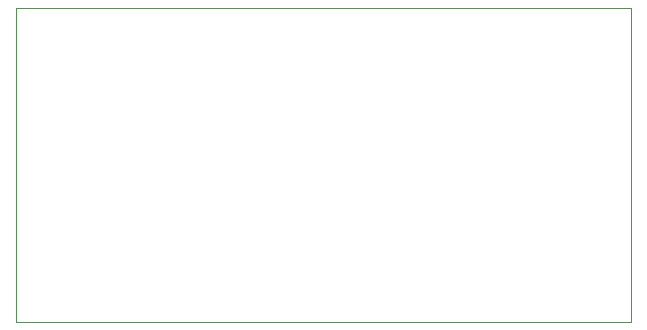
<source format=gbr>
%TF.GenerationSoftware,KiCad,Pcbnew,(6.0.0)*%
%TF.CreationDate,2022-10-01T22:30:54+02:00*%
%TF.ProjectId,012-Amesis-ColdSartE85,3031322d-416d-4657-9369-732d436f6c64,v0.01_Golf 1.6L 16v *%
%TF.SameCoordinates,Original*%
%TF.FileFunction,Profile,NP*%
%FSLAX46Y46*%
G04 Gerber Fmt 4.6, Leading zero omitted, Abs format (unit mm)*
G04 Created by KiCad (PCBNEW (6.0.0)) date 2022-10-01 22:30:54*
%MOMM*%
%LPD*%
G01*
G04 APERTURE LIST*
%TA.AperFunction,Profile*%
%ADD10C,0.100000*%
%TD*%
G04 APERTURE END LIST*
D10*
X118213354Y-71477304D02*
X170283354Y-71477304D01*
X170283354Y-71477304D02*
X170283354Y-44959704D01*
X170283354Y-44959704D02*
X118213354Y-44959704D01*
X118213354Y-44959704D02*
X118213354Y-71477304D01*
M02*

</source>
